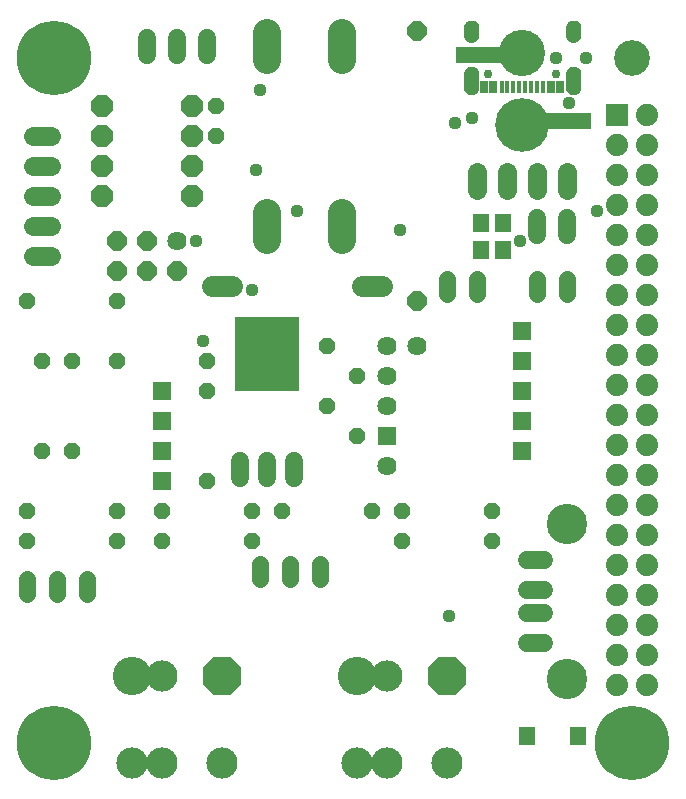
<source format=gts>
G75*
%MOIN*%
%OFA0B0*%
%FSLAX24Y24*%
%IPPOS*%
%LPD*%
%AMOC8*
5,1,8,0,0,1.08239X$1,22.5*
%
%ADD10C,0.1190*%
%ADD11OC8,0.1280*%
%ADD12C,0.1280*%
%ADD13OC8,0.0560*%
%ADD14C,0.0560*%
%ADD15OC8,0.0640*%
%ADD16C,0.0600*%
%ADD17C,0.0925*%
%ADD18OC8,0.0720*%
%ADD19C,0.0640*%
%ADD20C,0.0640*%
%ADD21C,0.1040*%
%ADD22C,0.0700*%
%ADD23R,0.0640X0.0640*%
%ADD24R,0.0740X0.0740*%
%ADD25C,0.0740*%
%ADD26C,0.2481*%
%ADD27C,0.0614*%
%ADD28C,0.1346*%
%ADD29C,0.0590*%
%ADD30R,0.2140X0.2490*%
%ADD31R,0.0540X0.0619*%
%ADD32C,0.1790*%
%ADD33C,0.1540*%
%ADD34R,0.0840X0.0540*%
%ADD35R,0.0158X0.0434*%
%ADD36R,0.0276X0.0434*%
%ADD37C,0.0296*%
%ADD38C,0.0004*%
%ADD39R,0.0552X0.0631*%
%ADD40C,0.0440*%
D10*
X021170Y024311D03*
D11*
X015000Y003691D03*
X007500Y003691D03*
D12*
X004500Y003691D03*
X012000Y003691D03*
D13*
X013500Y008191D03*
X013500Y009191D03*
X012500Y009191D03*
X012000Y011691D03*
X011000Y012691D03*
X012000Y013691D03*
X011000Y014691D03*
X007000Y014191D03*
X007000Y013191D03*
X007000Y010191D03*
X008500Y009191D03*
X009500Y009191D03*
X008500Y008191D03*
X005500Y008191D03*
X005500Y009191D03*
X004000Y009191D03*
X004000Y008191D03*
X002500Y011191D03*
X001500Y011191D03*
X001000Y009191D03*
X001000Y008191D03*
X001500Y014191D03*
X002500Y014191D03*
X004000Y014191D03*
X004000Y016191D03*
X001000Y016191D03*
X007300Y021691D03*
X007300Y022691D03*
X016500Y009191D03*
X016500Y008191D03*
D14*
X010750Y007451D02*
X010750Y006931D01*
X009750Y006931D02*
X009750Y007451D01*
X008750Y007451D02*
X008750Y006931D01*
X003000Y006951D02*
X003000Y006431D01*
X002000Y006431D02*
X002000Y006951D01*
X001000Y006951D02*
X001000Y006431D01*
X015000Y016431D02*
X015000Y016951D01*
X016000Y016951D02*
X016000Y016431D01*
X018000Y016431D02*
X018000Y016951D01*
X019000Y016951D02*
X019000Y016431D01*
D15*
X014000Y016191D03*
X014000Y025191D03*
X006000Y017191D03*
X005000Y017191D03*
X005000Y018191D03*
X004000Y018191D03*
X004000Y017191D03*
D16*
X005000Y024411D02*
X005000Y024971D01*
X006000Y024971D02*
X006000Y024411D01*
X007000Y024411D02*
X007000Y024971D01*
X018000Y018971D02*
X018000Y018411D01*
X019000Y018411D02*
X019000Y018971D01*
D17*
X011500Y019133D02*
X011500Y018248D01*
X009000Y018248D02*
X009000Y019133D01*
X009000Y024248D02*
X009000Y025133D01*
X011500Y025133D02*
X011500Y024248D01*
D18*
X006500Y022691D03*
X006500Y021691D03*
X006500Y020691D03*
X006500Y019691D03*
X003500Y019691D03*
X003500Y020691D03*
X003500Y021691D03*
X003500Y022691D03*
D19*
X001800Y021691D02*
X001200Y021691D01*
X001200Y020691D02*
X001800Y020691D01*
X001800Y019691D02*
X001200Y019691D01*
X001200Y018691D02*
X001800Y018691D01*
X001800Y017691D02*
X001200Y017691D01*
X016000Y019891D02*
X016000Y020491D01*
X017000Y020491D02*
X017000Y019891D01*
X018000Y019891D02*
X018000Y020491D01*
X019000Y020491D02*
X019000Y019891D01*
D20*
X014000Y014691D03*
X013000Y014691D03*
X013000Y013691D03*
X013000Y012691D03*
X013000Y010691D03*
X006000Y018191D03*
D21*
X005500Y003691D03*
X005500Y000791D03*
X004500Y000791D03*
X007500Y000791D03*
X012000Y000791D03*
X013000Y000791D03*
X015000Y000791D03*
X013000Y003691D03*
D22*
X012830Y016691D02*
X012170Y016691D01*
X007830Y016691D02*
X007170Y016691D01*
D23*
X005500Y013191D03*
X005500Y012191D03*
X005500Y011191D03*
X005500Y010191D03*
X013000Y011691D03*
X017500Y012191D03*
X017500Y013191D03*
X017500Y014191D03*
X017500Y015191D03*
X017500Y011191D03*
D24*
X020669Y022395D03*
D25*
X020669Y021395D03*
X020669Y020395D03*
X020669Y019395D03*
X020669Y018395D03*
X020669Y017395D03*
X020669Y016395D03*
X020669Y015395D03*
X020669Y014395D03*
X020669Y013395D03*
X020669Y012395D03*
X020669Y011395D03*
X020669Y010395D03*
X020669Y009395D03*
X020669Y008395D03*
X020669Y007395D03*
X020669Y006395D03*
X020669Y005395D03*
X020669Y004395D03*
X020669Y003395D03*
X021669Y003395D03*
X021669Y004395D03*
X021669Y005395D03*
X021669Y006395D03*
X021669Y007395D03*
X021669Y008395D03*
X021669Y009395D03*
X021669Y010395D03*
X021669Y011395D03*
X021669Y012395D03*
X021669Y013395D03*
X021669Y014395D03*
X021669Y015395D03*
X021669Y016395D03*
X021669Y017395D03*
X021669Y018395D03*
X021669Y019395D03*
X021669Y020395D03*
X021669Y021395D03*
X021669Y022395D03*
D26*
X001878Y001478D03*
X021169Y001478D03*
X001878Y024313D03*
D27*
X017646Y007569D02*
X018220Y007569D01*
X018220Y006584D02*
X017646Y006584D01*
X017646Y005797D02*
X018220Y005797D01*
X018220Y004813D02*
X017646Y004813D01*
D28*
X019000Y003604D03*
X019000Y008777D03*
D29*
X009900Y010316D02*
X009900Y010866D01*
X009000Y010866D02*
X009000Y010316D01*
X008100Y010316D02*
X008100Y010866D01*
D30*
X009000Y014441D03*
D31*
X017654Y001691D03*
X019346Y001691D03*
D32*
X017500Y022070D03*
D33*
X017500Y024472D03*
D34*
X016500Y024391D03*
X015700Y024391D03*
X018600Y022191D03*
X019400Y022191D03*
D35*
X018189Y023324D03*
X017992Y023324D03*
X017795Y023324D03*
X017598Y023324D03*
X017402Y023324D03*
X017205Y023324D03*
X017008Y023324D03*
X016811Y023324D03*
D36*
X016535Y023324D03*
X016230Y023324D03*
X018465Y023324D03*
X018770Y023324D03*
D37*
X018638Y023759D03*
X016362Y023759D03*
D38*
X016035Y023759D02*
X015563Y023759D01*
X015563Y023761D02*
X016035Y023761D01*
X016035Y023764D02*
X015563Y023764D01*
X015563Y023766D02*
X016035Y023766D01*
X016035Y023769D02*
X015563Y023769D01*
X015563Y023771D02*
X016035Y023771D01*
X016035Y023773D02*
X015563Y023773D01*
X015563Y023776D02*
X016035Y023776D01*
X016035Y023778D02*
X015563Y023778D01*
X015563Y023781D02*
X016035Y023781D01*
X016035Y023783D02*
X015563Y023783D01*
X015563Y023786D02*
X016035Y023786D01*
X016035Y023788D02*
X015563Y023788D01*
X015563Y023789D02*
X015571Y023839D01*
X015590Y023886D01*
X015619Y023927D01*
X015656Y023961D01*
X015942Y023961D01*
X015980Y023927D01*
X015619Y023927D01*
X015617Y023925D02*
X015981Y023925D01*
X015980Y023927D02*
X016008Y023886D01*
X016027Y023839D01*
X015571Y023839D01*
X015571Y023837D02*
X016028Y023837D01*
X016027Y023839D02*
X016035Y023789D01*
X016035Y023317D01*
X016029Y023272D01*
X016015Y023230D01*
X015992Y023192D01*
X015963Y023158D01*
X015927Y023131D01*
X015887Y023112D01*
X015844Y023101D01*
X015762Y023101D01*
X015748Y023102D02*
X015700Y023117D01*
X015656Y023142D01*
X015618Y023177D01*
X015589Y023219D01*
X015571Y023266D01*
X015563Y023317D01*
X015563Y023789D01*
X015563Y023790D02*
X016035Y023790D01*
X016035Y023793D02*
X015564Y023793D01*
X015564Y023795D02*
X016034Y023795D01*
X016034Y023798D02*
X015564Y023798D01*
X015565Y023800D02*
X016034Y023800D01*
X016033Y023803D02*
X015565Y023803D01*
X015566Y023805D02*
X016033Y023805D01*
X016032Y023808D02*
X015566Y023808D01*
X015566Y023810D02*
X016032Y023810D01*
X016032Y023812D02*
X015567Y023812D01*
X015567Y023815D02*
X016031Y023815D01*
X016031Y023817D02*
X015568Y023817D01*
X015568Y023820D02*
X016030Y023820D01*
X016030Y023822D02*
X015568Y023822D01*
X015569Y023825D02*
X016030Y023825D01*
X016029Y023827D02*
X015569Y023827D01*
X015570Y023829D02*
X016029Y023829D01*
X016028Y023832D02*
X015570Y023832D01*
X015570Y023834D02*
X016028Y023834D01*
X016026Y023842D02*
X015572Y023842D01*
X015573Y023844D02*
X016025Y023844D01*
X016024Y023847D02*
X015574Y023847D01*
X015575Y023849D02*
X016023Y023849D01*
X016022Y023851D02*
X015576Y023851D01*
X015577Y023854D02*
X016021Y023854D01*
X016020Y023856D02*
X015578Y023856D01*
X015579Y023859D02*
X016019Y023859D01*
X016018Y023861D02*
X015580Y023861D01*
X015581Y023864D02*
X016017Y023864D01*
X016016Y023866D02*
X015582Y023866D01*
X015583Y023868D02*
X016015Y023868D01*
X016014Y023871D02*
X015584Y023871D01*
X015585Y023873D02*
X016013Y023873D01*
X016012Y023876D02*
X015586Y023876D01*
X015587Y023878D02*
X016011Y023878D01*
X016010Y023881D02*
X015588Y023881D01*
X015589Y023883D02*
X016009Y023883D01*
X016008Y023886D02*
X015590Y023886D01*
X015592Y023888D02*
X016007Y023888D01*
X016005Y023890D02*
X015593Y023890D01*
X015595Y023893D02*
X016003Y023893D01*
X016002Y023895D02*
X015597Y023895D01*
X015598Y023898D02*
X016000Y023898D01*
X015998Y023900D02*
X015600Y023900D01*
X015602Y023903D02*
X015997Y023903D01*
X015995Y023905D02*
X015603Y023905D01*
X015605Y023907D02*
X015993Y023907D01*
X015992Y023910D02*
X015607Y023910D01*
X015609Y023912D02*
X015990Y023912D01*
X015988Y023915D02*
X015610Y023915D01*
X015612Y023917D02*
X015986Y023917D01*
X015985Y023920D02*
X015614Y023920D01*
X015615Y023922D02*
X015983Y023922D01*
X015977Y023929D02*
X015621Y023929D01*
X015624Y023932D02*
X015974Y023932D01*
X015972Y023934D02*
X015627Y023934D01*
X015629Y023937D02*
X015969Y023937D01*
X015966Y023939D02*
X015632Y023939D01*
X015635Y023942D02*
X015964Y023942D01*
X015961Y023944D02*
X015638Y023944D01*
X015640Y023946D02*
X015958Y023946D01*
X015956Y023949D02*
X015643Y023949D01*
X015646Y023951D02*
X015953Y023951D01*
X015950Y023954D02*
X015648Y023954D01*
X015651Y023956D02*
X015948Y023956D01*
X015945Y023959D02*
X015654Y023959D01*
X015656Y023961D02*
X015700Y023986D01*
X015749Y024000D01*
X015799Y024004D01*
X015850Y024000D01*
X015748Y024000D01*
X015740Y023998D02*
X015859Y023998D01*
X015867Y023995D02*
X015732Y023995D01*
X015723Y023993D02*
X015875Y023993D01*
X015883Y023990D02*
X015715Y023990D01*
X015707Y023988D02*
X015891Y023988D01*
X015898Y023986D02*
X015942Y023961D01*
X015938Y023964D02*
X015661Y023964D01*
X015665Y023966D02*
X015934Y023966D01*
X015929Y023968D02*
X015669Y023968D01*
X015674Y023971D02*
X015925Y023971D01*
X015921Y023973D02*
X015678Y023973D01*
X015682Y023976D02*
X015916Y023976D01*
X015912Y023978D02*
X015687Y023978D01*
X015691Y023981D02*
X015908Y023981D01*
X015903Y023983D02*
X015695Y023983D01*
X015700Y023985D02*
X015899Y023985D01*
X015898Y023986D02*
X015850Y024000D01*
X015815Y024003D02*
X015783Y024003D01*
X015563Y023756D02*
X016035Y023756D01*
X016035Y023754D02*
X015563Y023754D01*
X015563Y023751D02*
X016035Y023751D01*
X016035Y023749D02*
X015563Y023749D01*
X015563Y023747D02*
X016035Y023747D01*
X016035Y023744D02*
X015563Y023744D01*
X015563Y023742D02*
X016035Y023742D01*
X016035Y023739D02*
X015563Y023739D01*
X015563Y023737D02*
X016035Y023737D01*
X016035Y023734D02*
X015563Y023734D01*
X015563Y023732D02*
X016035Y023732D01*
X016035Y023730D02*
X015563Y023730D01*
X015563Y023727D02*
X016035Y023727D01*
X016035Y023725D02*
X015563Y023725D01*
X015563Y023722D02*
X016035Y023722D01*
X016035Y023720D02*
X015563Y023720D01*
X015563Y023717D02*
X016035Y023717D01*
X016035Y023715D02*
X015563Y023715D01*
X015563Y023712D02*
X016035Y023712D01*
X016035Y023710D02*
X015563Y023710D01*
X015563Y023708D02*
X016035Y023708D01*
X016035Y023705D02*
X015563Y023705D01*
X015563Y023703D02*
X016035Y023703D01*
X016035Y023700D02*
X015563Y023700D01*
X015563Y023698D02*
X016035Y023698D01*
X016035Y023695D02*
X015563Y023695D01*
X015563Y023693D02*
X016035Y023693D01*
X016035Y023691D02*
X015563Y023691D01*
X015563Y023688D02*
X016035Y023688D01*
X016035Y023686D02*
X015563Y023686D01*
X015563Y023683D02*
X016035Y023683D01*
X016035Y023681D02*
X015563Y023681D01*
X015563Y023678D02*
X016035Y023678D01*
X016035Y023676D02*
X015563Y023676D01*
X015563Y023673D02*
X016035Y023673D01*
X016035Y023671D02*
X015563Y023671D01*
X015563Y023669D02*
X016035Y023669D01*
X016035Y023666D02*
X015563Y023666D01*
X015563Y023664D02*
X016035Y023664D01*
X016035Y023661D02*
X015563Y023661D01*
X015563Y023659D02*
X016035Y023659D01*
X016035Y023656D02*
X015563Y023656D01*
X015563Y023654D02*
X016035Y023654D01*
X016035Y023652D02*
X015563Y023652D01*
X015563Y023649D02*
X016035Y023649D01*
X016035Y023647D02*
X015563Y023647D01*
X015563Y023644D02*
X016035Y023644D01*
X016035Y023642D02*
X015563Y023642D01*
X015563Y023639D02*
X016035Y023639D01*
X016035Y023637D02*
X015563Y023637D01*
X015563Y023634D02*
X016035Y023634D01*
X016035Y023632D02*
X015563Y023632D01*
X015563Y023630D02*
X016035Y023630D01*
X016035Y023627D02*
X015563Y023627D01*
X015563Y023625D02*
X016035Y023625D01*
X016035Y023622D02*
X015563Y023622D01*
X015563Y023620D02*
X016035Y023620D01*
X016035Y023617D02*
X015563Y023617D01*
X015563Y023615D02*
X016035Y023615D01*
X016035Y023613D02*
X015563Y023613D01*
X015563Y023610D02*
X016035Y023610D01*
X016035Y023608D02*
X015563Y023608D01*
X015563Y023605D02*
X016035Y023605D01*
X016035Y023603D02*
X015563Y023603D01*
X015563Y023600D02*
X016035Y023600D01*
X016035Y023598D02*
X015563Y023598D01*
X015563Y023596D02*
X016035Y023596D01*
X016035Y023593D02*
X015563Y023593D01*
X015563Y023591D02*
X016035Y023591D01*
X016035Y023588D02*
X015563Y023588D01*
X015563Y023586D02*
X016035Y023586D01*
X016035Y023583D02*
X015563Y023583D01*
X015563Y023581D02*
X016035Y023581D01*
X016035Y023578D02*
X015563Y023578D01*
X015563Y023576D02*
X016035Y023576D01*
X016035Y023574D02*
X015563Y023574D01*
X015563Y023571D02*
X016035Y023571D01*
X016035Y023569D02*
X015563Y023569D01*
X015563Y023566D02*
X016035Y023566D01*
X016035Y023564D02*
X015563Y023564D01*
X015563Y023561D02*
X016035Y023561D01*
X016035Y023559D02*
X015563Y023559D01*
X015563Y023557D02*
X016035Y023557D01*
X016035Y023554D02*
X015563Y023554D01*
X015563Y023552D02*
X016035Y023552D01*
X016035Y023549D02*
X015563Y023549D01*
X015563Y023547D02*
X016035Y023547D01*
X016035Y023544D02*
X015563Y023544D01*
X015563Y023542D02*
X016035Y023542D01*
X016035Y023539D02*
X015563Y023539D01*
X015563Y023537D02*
X016035Y023537D01*
X016035Y023535D02*
X015563Y023535D01*
X015563Y023532D02*
X016035Y023532D01*
X016035Y023530D02*
X015563Y023530D01*
X015563Y023527D02*
X016035Y023527D01*
X016035Y023525D02*
X015563Y023525D01*
X015563Y023522D02*
X016035Y023522D01*
X016035Y023520D02*
X015563Y023520D01*
X015563Y023518D02*
X016035Y023518D01*
X016035Y023515D02*
X015563Y023515D01*
X015563Y023513D02*
X016035Y023513D01*
X016035Y023510D02*
X015563Y023510D01*
X015563Y023508D02*
X016035Y023508D01*
X016035Y023505D02*
X015563Y023505D01*
X015563Y023503D02*
X016035Y023503D01*
X016035Y023500D02*
X015563Y023500D01*
X015563Y023498D02*
X016035Y023498D01*
X016035Y023496D02*
X015563Y023496D01*
X015563Y023493D02*
X016035Y023493D01*
X016035Y023491D02*
X015563Y023491D01*
X015563Y023488D02*
X016035Y023488D01*
X016035Y023486D02*
X015563Y023486D01*
X015563Y023483D02*
X016035Y023483D01*
X016035Y023481D02*
X015563Y023481D01*
X015563Y023479D02*
X016035Y023479D01*
X016035Y023476D02*
X015563Y023476D01*
X015563Y023474D02*
X016035Y023474D01*
X016035Y023471D02*
X015563Y023471D01*
X015563Y023469D02*
X016035Y023469D01*
X016035Y023466D02*
X015563Y023466D01*
X015563Y023464D02*
X016035Y023464D01*
X016035Y023461D02*
X015563Y023461D01*
X015563Y023459D02*
X016035Y023459D01*
X016035Y023457D02*
X015563Y023457D01*
X015563Y023454D02*
X016035Y023454D01*
X016035Y023452D02*
X015563Y023452D01*
X015563Y023449D02*
X016035Y023449D01*
X016035Y023447D02*
X015563Y023447D01*
X015563Y023444D02*
X016035Y023444D01*
X016035Y023442D02*
X015563Y023442D01*
X015563Y023440D02*
X016035Y023440D01*
X016035Y023437D02*
X015563Y023437D01*
X015563Y023435D02*
X016035Y023435D01*
X016035Y023432D02*
X015563Y023432D01*
X015563Y023430D02*
X016035Y023430D01*
X016035Y023427D02*
X015563Y023427D01*
X015563Y023425D02*
X016035Y023425D01*
X016035Y023422D02*
X015563Y023422D01*
X015563Y023420D02*
X016035Y023420D01*
X016035Y023418D02*
X015563Y023418D01*
X015563Y023415D02*
X016035Y023415D01*
X016035Y023413D02*
X015563Y023413D01*
X015563Y023410D02*
X016035Y023410D01*
X016035Y023408D02*
X015563Y023408D01*
X015563Y023405D02*
X016035Y023405D01*
X016035Y023403D02*
X015563Y023403D01*
X015563Y023401D02*
X016035Y023401D01*
X016035Y023398D02*
X015563Y023398D01*
X015563Y023396D02*
X016035Y023396D01*
X016035Y023393D02*
X015563Y023393D01*
X015563Y023391D02*
X016035Y023391D01*
X016035Y023388D02*
X015563Y023388D01*
X015563Y023386D02*
X016035Y023386D01*
X016035Y023383D02*
X015563Y023383D01*
X015563Y023381D02*
X016035Y023381D01*
X016035Y023379D02*
X015563Y023379D01*
X015563Y023376D02*
X016035Y023376D01*
X016035Y023374D02*
X015563Y023374D01*
X015563Y023371D02*
X016035Y023371D01*
X016035Y023369D02*
X015563Y023369D01*
X015563Y023366D02*
X016035Y023366D01*
X016035Y023364D02*
X015563Y023364D01*
X015563Y023362D02*
X016035Y023362D01*
X016035Y023359D02*
X015563Y023359D01*
X015563Y023357D02*
X016035Y023357D01*
X016035Y023354D02*
X015563Y023354D01*
X015563Y023352D02*
X016035Y023352D01*
X016035Y023349D02*
X015563Y023349D01*
X015563Y023347D02*
X016035Y023347D01*
X016035Y023344D02*
X015563Y023344D01*
X015563Y023342D02*
X016035Y023342D01*
X016035Y023340D02*
X015563Y023340D01*
X015563Y023337D02*
X016035Y023337D01*
X016035Y023335D02*
X015563Y023335D01*
X015563Y023332D02*
X016035Y023332D01*
X016035Y023330D02*
X015563Y023330D01*
X015563Y023327D02*
X016035Y023327D01*
X016035Y023325D02*
X015563Y023325D01*
X015563Y023323D02*
X016035Y023323D01*
X016035Y023320D02*
X015563Y023320D01*
X015563Y023318D02*
X016035Y023318D01*
X016035Y023315D02*
X015563Y023315D01*
X015564Y023313D02*
X016035Y023313D01*
X016035Y023310D02*
X015564Y023310D01*
X015564Y023308D02*
X016034Y023308D01*
X016034Y023305D02*
X015565Y023305D01*
X015565Y023303D02*
X016034Y023303D01*
X016033Y023301D02*
X015565Y023301D01*
X015566Y023298D02*
X016033Y023298D01*
X016033Y023296D02*
X015566Y023296D01*
X015567Y023293D02*
X016032Y023293D01*
X016032Y023291D02*
X015567Y023291D01*
X015567Y023288D02*
X016032Y023288D01*
X016031Y023286D02*
X015568Y023286D01*
X015568Y023284D02*
X016031Y023284D01*
X016031Y023281D02*
X015568Y023281D01*
X015569Y023279D02*
X016030Y023279D01*
X016030Y023276D02*
X015569Y023276D01*
X015570Y023274D02*
X016030Y023274D01*
X016029Y023271D02*
X015570Y023271D01*
X015570Y023269D02*
X016028Y023269D01*
X016027Y023266D02*
X015571Y023266D01*
X015572Y023264D02*
X016026Y023264D01*
X016026Y023262D02*
X015572Y023262D01*
X015573Y023259D02*
X016025Y023259D01*
X016024Y023257D02*
X015574Y023257D01*
X015575Y023254D02*
X016023Y023254D01*
X016022Y023252D02*
X015576Y023252D01*
X015577Y023249D02*
X016021Y023249D01*
X016021Y023247D02*
X015578Y023247D01*
X015579Y023245D02*
X016020Y023245D01*
X016019Y023242D02*
X015580Y023242D01*
X015581Y023240D02*
X016018Y023240D01*
X016017Y023237D02*
X015582Y023237D01*
X015583Y023235D02*
X016016Y023235D01*
X016015Y023232D02*
X015584Y023232D01*
X015585Y023230D02*
X016015Y023230D01*
X016013Y023227D02*
X015586Y023227D01*
X015587Y023225D02*
X016012Y023225D01*
X016010Y023223D02*
X015588Y023223D01*
X015589Y023220D02*
X016009Y023220D01*
X016007Y023218D02*
X015590Y023218D01*
X015592Y023215D02*
X016006Y023215D01*
X016005Y023213D02*
X015593Y023213D01*
X015595Y023210D02*
X016003Y023210D01*
X016002Y023208D02*
X015597Y023208D01*
X015598Y023206D02*
X016000Y023206D01*
X015999Y023203D02*
X015600Y023203D01*
X015602Y023201D02*
X015997Y023201D01*
X015996Y023198D02*
X015603Y023198D01*
X015605Y023196D02*
X015995Y023196D01*
X015993Y023193D02*
X015607Y023193D01*
X015608Y023191D02*
X015991Y023191D01*
X015989Y023188D02*
X015610Y023188D01*
X015612Y023186D02*
X015987Y023186D01*
X015985Y023184D02*
X015613Y023184D01*
X015615Y023181D02*
X015983Y023181D01*
X015981Y023179D02*
X015617Y023179D01*
X015619Y023176D02*
X015979Y023176D01*
X015976Y023174D02*
X015621Y023174D01*
X015624Y023171D02*
X015974Y023171D01*
X015972Y023169D02*
X015626Y023169D01*
X015629Y023167D02*
X015970Y023167D01*
X015968Y023164D02*
X015632Y023164D01*
X015634Y023162D02*
X015966Y023162D01*
X015963Y023159D02*
X015637Y023159D01*
X015640Y023157D02*
X015961Y023157D01*
X015957Y023154D02*
X015642Y023154D01*
X015645Y023152D02*
X015954Y023152D01*
X015951Y023149D02*
X015648Y023149D01*
X015650Y023147D02*
X015948Y023147D01*
X015944Y023145D02*
X015653Y023145D01*
X015655Y023142D02*
X015941Y023142D01*
X015938Y023140D02*
X015660Y023140D01*
X015664Y023137D02*
X015935Y023137D01*
X015932Y023135D02*
X015668Y023135D01*
X015672Y023132D02*
X015928Y023132D01*
X015924Y023130D02*
X015677Y023130D01*
X015681Y023128D02*
X015919Y023128D01*
X015914Y023125D02*
X015685Y023125D01*
X015689Y023123D02*
X015909Y023123D01*
X015904Y023120D02*
X015694Y023120D01*
X015698Y023118D02*
X015899Y023118D01*
X015894Y023115D02*
X015704Y023115D01*
X015712Y023113D02*
X015889Y023113D01*
X015881Y023110D02*
X015720Y023110D01*
X015728Y023108D02*
X015872Y023108D01*
X015863Y023106D02*
X015736Y023106D01*
X015744Y023103D02*
X015853Y023103D01*
X015844Y023101D02*
X015799Y023098D01*
X015748Y023102D01*
X015796Y023098D02*
X015804Y023098D01*
X015799Y024842D02*
X015753Y024847D01*
X015709Y024861D01*
X015709Y024860D02*
X015886Y024860D01*
X015879Y024858D02*
X015717Y024858D01*
X015725Y024856D02*
X015872Y024856D01*
X015866Y024853D02*
X015733Y024853D01*
X015741Y024851D02*
X015859Y024851D01*
X015852Y024848D02*
X015799Y024842D01*
X015810Y024843D02*
X015787Y024843D01*
X015763Y024846D02*
X015831Y024846D01*
X015852Y024848D02*
X015748Y024848D01*
X015709Y024861D02*
X015668Y024883D01*
X015632Y024912D01*
X015602Y024948D01*
X015581Y024989D01*
X015567Y025034D01*
X015563Y025080D01*
X016035Y025080D01*
X016030Y025028D01*
X016012Y024977D01*
X015984Y024932D01*
X015947Y024894D01*
X015902Y024866D01*
X015852Y024848D01*
X015893Y024863D02*
X015704Y024863D01*
X015700Y024865D02*
X015900Y024865D01*
X015905Y024868D02*
X015695Y024868D01*
X015691Y024870D02*
X015909Y024870D01*
X015912Y024873D02*
X015686Y024873D01*
X015682Y024875D02*
X015916Y024875D01*
X015920Y024877D02*
X015677Y024877D01*
X015673Y024880D02*
X015924Y024880D01*
X015928Y024882D02*
X015668Y024882D01*
X015665Y024885D02*
X015932Y024885D01*
X015935Y024887D02*
X015662Y024887D01*
X015659Y024890D02*
X015939Y024890D01*
X015943Y024892D02*
X015656Y024892D01*
X015653Y024895D02*
X015947Y024895D01*
X015949Y024897D02*
X015650Y024897D01*
X015647Y024899D02*
X015952Y024899D01*
X015954Y024902D02*
X015644Y024902D01*
X015641Y024904D02*
X015957Y024904D01*
X015959Y024907D02*
X015638Y024907D01*
X015636Y024909D02*
X015961Y024909D01*
X015964Y024912D02*
X015633Y024912D01*
X015630Y024914D02*
X015966Y024914D01*
X015969Y024916D02*
X015628Y024916D01*
X015626Y024919D02*
X015971Y024919D01*
X015974Y024921D02*
X015624Y024921D01*
X015622Y024924D02*
X015976Y024924D01*
X015978Y024926D02*
X015620Y024926D01*
X015618Y024929D02*
X015981Y024929D01*
X015983Y024931D02*
X015616Y024931D01*
X015614Y024934D02*
X015985Y024934D01*
X015987Y024936D02*
X015612Y024936D01*
X015611Y024938D02*
X015988Y024938D01*
X015990Y024941D02*
X015609Y024941D01*
X015607Y024943D02*
X015991Y024943D01*
X015993Y024946D02*
X015605Y024946D01*
X015603Y024948D02*
X015994Y024948D01*
X015996Y024951D02*
X015601Y024951D01*
X015600Y024953D02*
X015997Y024953D01*
X015999Y024955D02*
X015599Y024955D01*
X015597Y024958D02*
X016000Y024958D01*
X016002Y024960D02*
X015596Y024960D01*
X015595Y024963D02*
X016003Y024963D01*
X016005Y024965D02*
X015593Y024965D01*
X015592Y024968D02*
X016006Y024968D01*
X016008Y024970D02*
X015591Y024970D01*
X015590Y024973D02*
X016009Y024973D01*
X016011Y024975D02*
X015588Y024975D01*
X015587Y024977D02*
X016012Y024977D01*
X016013Y024980D02*
X015586Y024980D01*
X015584Y024982D02*
X016014Y024982D01*
X016015Y024985D02*
X015583Y024985D01*
X015582Y024987D02*
X016016Y024987D01*
X016017Y024990D02*
X015581Y024990D01*
X015580Y024992D02*
X016017Y024992D01*
X016018Y024994D02*
X015579Y024994D01*
X015578Y024997D02*
X016019Y024997D01*
X016020Y024999D02*
X015578Y024999D01*
X015577Y025002D02*
X016021Y025002D01*
X016022Y025004D02*
X015576Y025004D01*
X015576Y025007D02*
X016023Y025007D01*
X016023Y025009D02*
X015575Y025009D01*
X015574Y025012D02*
X016024Y025012D01*
X016025Y025014D02*
X015573Y025014D01*
X015573Y025016D02*
X016026Y025016D01*
X016027Y025019D02*
X015572Y025019D01*
X015571Y025021D02*
X016028Y025021D01*
X016028Y025024D02*
X015570Y025024D01*
X015570Y025026D02*
X016029Y025026D01*
X016030Y025029D02*
X015569Y025029D01*
X015568Y025031D02*
X016030Y025031D01*
X016030Y025033D02*
X015568Y025033D01*
X015567Y025036D02*
X016031Y025036D01*
X016031Y025038D02*
X015567Y025038D01*
X015567Y025041D02*
X016031Y025041D01*
X016031Y025043D02*
X015566Y025043D01*
X015566Y025046D02*
X016032Y025046D01*
X016032Y025048D02*
X015566Y025048D01*
X015566Y025051D02*
X016032Y025051D01*
X016032Y025053D02*
X015566Y025053D01*
X015565Y025055D02*
X016033Y025055D01*
X016033Y025058D02*
X015565Y025058D01*
X015565Y025060D02*
X016033Y025060D01*
X016034Y025063D02*
X015565Y025063D01*
X015564Y025065D02*
X016034Y025065D01*
X016034Y025068D02*
X015564Y025068D01*
X015564Y025070D02*
X016034Y025070D01*
X016035Y025072D02*
X015564Y025072D01*
X015564Y025075D02*
X016035Y025075D01*
X016035Y025077D02*
X015563Y025077D01*
X015563Y025080D02*
X015563Y025317D01*
X015568Y025362D01*
X015581Y025406D01*
X016016Y025406D01*
X016017Y025404D02*
X015580Y025404D01*
X015580Y025402D02*
X016018Y025402D01*
X016019Y025399D02*
X015579Y025399D01*
X015578Y025397D02*
X016019Y025397D01*
X016020Y025394D02*
X015577Y025394D01*
X015577Y025392D02*
X016021Y025392D01*
X016022Y025389D02*
X015576Y025389D01*
X015575Y025387D02*
X016023Y025387D01*
X016024Y025384D02*
X015574Y025384D01*
X015574Y025382D02*
X016025Y025382D01*
X016026Y025380D02*
X015573Y025380D01*
X015572Y025377D02*
X016026Y025377D01*
X016027Y025375D02*
X015571Y025375D01*
X015571Y025372D02*
X016028Y025372D01*
X016029Y025370D02*
X015570Y025370D01*
X015569Y025367D02*
X016029Y025367D01*
X016029Y025369D02*
X016035Y025317D01*
X016035Y025080D01*
X016035Y025082D02*
X015563Y025082D01*
X015563Y025085D02*
X016035Y025085D01*
X016035Y025087D02*
X015563Y025087D01*
X015563Y025090D02*
X016035Y025090D01*
X016035Y025092D02*
X015563Y025092D01*
X015563Y025094D02*
X016035Y025094D01*
X016035Y025097D02*
X015563Y025097D01*
X015563Y025099D02*
X016035Y025099D01*
X016035Y025102D02*
X015563Y025102D01*
X015563Y025104D02*
X016035Y025104D01*
X016035Y025107D02*
X015563Y025107D01*
X015563Y025109D02*
X016035Y025109D01*
X016035Y025111D02*
X015563Y025111D01*
X015563Y025114D02*
X016035Y025114D01*
X016035Y025116D02*
X015563Y025116D01*
X015563Y025119D02*
X016035Y025119D01*
X016035Y025121D02*
X015563Y025121D01*
X015563Y025124D02*
X016035Y025124D01*
X016035Y025126D02*
X015563Y025126D01*
X015563Y025129D02*
X016035Y025129D01*
X016035Y025131D02*
X015563Y025131D01*
X015563Y025133D02*
X016035Y025133D01*
X016035Y025136D02*
X015563Y025136D01*
X015563Y025138D02*
X016035Y025138D01*
X016035Y025141D02*
X015563Y025141D01*
X015563Y025143D02*
X016035Y025143D01*
X016035Y025146D02*
X015563Y025146D01*
X015563Y025148D02*
X016035Y025148D01*
X016035Y025150D02*
X015563Y025150D01*
X015563Y025153D02*
X016035Y025153D01*
X016035Y025155D02*
X015563Y025155D01*
X015563Y025158D02*
X016035Y025158D01*
X016035Y025160D02*
X015563Y025160D01*
X015563Y025163D02*
X016035Y025163D01*
X016035Y025165D02*
X015563Y025165D01*
X015563Y025168D02*
X016035Y025168D01*
X016035Y025170D02*
X015563Y025170D01*
X015563Y025172D02*
X016035Y025172D01*
X016035Y025175D02*
X015563Y025175D01*
X015563Y025177D02*
X016035Y025177D01*
X016035Y025180D02*
X015563Y025180D01*
X015563Y025182D02*
X016035Y025182D01*
X016035Y025185D02*
X015563Y025185D01*
X015563Y025187D02*
X016035Y025187D01*
X016035Y025189D02*
X015563Y025189D01*
X015563Y025192D02*
X016035Y025192D01*
X016035Y025194D02*
X015563Y025194D01*
X015563Y025197D02*
X016035Y025197D01*
X016035Y025199D02*
X015563Y025199D01*
X015563Y025202D02*
X016035Y025202D01*
X016035Y025204D02*
X015563Y025204D01*
X015563Y025207D02*
X016035Y025207D01*
X016035Y025209D02*
X015563Y025209D01*
X015563Y025211D02*
X016035Y025211D01*
X016035Y025214D02*
X015563Y025214D01*
X015563Y025216D02*
X016035Y025216D01*
X016035Y025219D02*
X015563Y025219D01*
X015563Y025221D02*
X016035Y025221D01*
X016035Y025224D02*
X015563Y025224D01*
X015563Y025226D02*
X016035Y025226D01*
X016035Y025228D02*
X015563Y025228D01*
X015563Y025231D02*
X016035Y025231D01*
X016035Y025233D02*
X015563Y025233D01*
X015563Y025236D02*
X016035Y025236D01*
X016035Y025238D02*
X015563Y025238D01*
X015563Y025241D02*
X016035Y025241D01*
X016035Y025243D02*
X015563Y025243D01*
X015563Y025246D02*
X016035Y025246D01*
X016035Y025248D02*
X015563Y025248D01*
X015563Y025250D02*
X016035Y025250D01*
X016035Y025253D02*
X015563Y025253D01*
X015563Y025255D02*
X016035Y025255D01*
X016035Y025258D02*
X015563Y025258D01*
X015563Y025260D02*
X016035Y025260D01*
X016035Y025263D02*
X015563Y025263D01*
X015563Y025265D02*
X016035Y025265D01*
X016035Y025267D02*
X015563Y025267D01*
X015563Y025270D02*
X016035Y025270D01*
X016035Y025272D02*
X015563Y025272D01*
X015563Y025275D02*
X016035Y025275D01*
X016035Y025277D02*
X015563Y025277D01*
X015563Y025280D02*
X016035Y025280D01*
X016035Y025282D02*
X015563Y025282D01*
X015563Y025285D02*
X016035Y025285D01*
X016035Y025287D02*
X015563Y025287D01*
X015563Y025289D02*
X016035Y025289D01*
X016035Y025292D02*
X015563Y025292D01*
X015563Y025294D02*
X016035Y025294D01*
X016035Y025297D02*
X015563Y025297D01*
X015563Y025299D02*
X016035Y025299D01*
X016035Y025302D02*
X015563Y025302D01*
X015563Y025304D02*
X016035Y025304D01*
X016035Y025306D02*
X015563Y025306D01*
X015563Y025309D02*
X016035Y025309D01*
X016035Y025311D02*
X015563Y025311D01*
X015563Y025314D02*
X016035Y025314D01*
X016035Y025316D02*
X015563Y025316D01*
X015563Y025319D02*
X016035Y025319D01*
X016035Y025321D02*
X015563Y025321D01*
X015564Y025324D02*
X016035Y025324D01*
X016034Y025326D02*
X015564Y025326D01*
X015564Y025328D02*
X016034Y025328D01*
X016034Y025331D02*
X015564Y025331D01*
X015565Y025333D02*
X016033Y025333D01*
X016033Y025336D02*
X015565Y025336D01*
X015565Y025338D02*
X016033Y025338D01*
X016033Y025341D02*
X015565Y025341D01*
X015566Y025343D02*
X016032Y025343D01*
X016032Y025345D02*
X015566Y025345D01*
X015566Y025348D02*
X016032Y025348D01*
X016031Y025350D02*
X015566Y025350D01*
X015567Y025353D02*
X016031Y025353D01*
X016031Y025355D02*
X015567Y025355D01*
X015567Y025358D02*
X016031Y025358D01*
X016030Y025360D02*
X015567Y025360D01*
X015568Y025363D02*
X016030Y025363D01*
X016030Y025365D02*
X015568Y025365D01*
X015581Y025406D02*
X015603Y025447D01*
X015633Y025483D01*
X015668Y025512D01*
X015709Y025533D01*
X015886Y025533D01*
X015879Y025536D02*
X015717Y025536D01*
X015725Y025538D02*
X015872Y025538D01*
X015865Y025540D02*
X015733Y025540D01*
X015741Y025543D02*
X015858Y025543D01*
X015852Y025545D02*
X015901Y025528D01*
X015946Y025500D01*
X015983Y025463D01*
X016012Y025419D01*
X015588Y025419D01*
X015589Y025421D02*
X016010Y025421D01*
X016009Y025423D02*
X015590Y025423D01*
X015592Y025426D02*
X016007Y025426D01*
X016005Y025428D02*
X015593Y025428D01*
X015594Y025431D02*
X016004Y025431D01*
X016002Y025433D02*
X015596Y025433D01*
X015597Y025436D02*
X016001Y025436D01*
X015999Y025438D02*
X015598Y025438D01*
X015600Y025441D02*
X015998Y025441D01*
X015996Y025443D02*
X015601Y025443D01*
X015602Y025445D02*
X015995Y025445D01*
X015993Y025448D02*
X015604Y025448D01*
X015606Y025450D02*
X015992Y025450D01*
X015990Y025453D02*
X015608Y025453D01*
X015610Y025455D02*
X015988Y025455D01*
X015987Y025458D02*
X015612Y025458D01*
X015614Y025460D02*
X015985Y025460D01*
X015984Y025462D02*
X015616Y025462D01*
X015618Y025465D02*
X015982Y025465D01*
X015979Y025467D02*
X015620Y025467D01*
X015622Y025470D02*
X015977Y025470D01*
X015974Y025472D02*
X015624Y025472D01*
X015626Y025475D02*
X015972Y025475D01*
X015969Y025477D02*
X015628Y025477D01*
X015630Y025479D02*
X015967Y025479D01*
X015964Y025482D02*
X015632Y025482D01*
X015635Y025484D02*
X015962Y025484D01*
X015959Y025487D02*
X015638Y025487D01*
X015641Y025489D02*
X015957Y025489D01*
X015955Y025492D02*
X015644Y025492D01*
X015647Y025494D02*
X015952Y025494D01*
X015950Y025497D02*
X015650Y025497D01*
X015653Y025499D02*
X015947Y025499D01*
X015944Y025501D02*
X015656Y025501D01*
X015659Y025504D02*
X015940Y025504D01*
X015936Y025506D02*
X015662Y025506D01*
X015665Y025509D02*
X015932Y025509D01*
X015928Y025511D02*
X015668Y025511D01*
X015672Y025514D02*
X015924Y025514D01*
X015920Y025516D02*
X015677Y025516D01*
X015681Y025518D02*
X015917Y025518D01*
X015913Y025521D02*
X015686Y025521D01*
X015690Y025523D02*
X015909Y025523D01*
X015905Y025526D02*
X015695Y025526D01*
X015700Y025528D02*
X015900Y025528D01*
X015893Y025531D02*
X015704Y025531D01*
X015709Y025533D02*
X015753Y025546D01*
X015799Y025551D01*
X015852Y025545D01*
X015850Y025545D02*
X015749Y025545D01*
X015767Y025548D02*
X015827Y025548D01*
X015805Y025550D02*
X015793Y025550D01*
X015586Y025416D02*
X016013Y025416D01*
X016013Y025414D02*
X015585Y025414D01*
X015584Y025411D02*
X016014Y025411D01*
X016015Y025409D02*
X015583Y025409D01*
X016012Y025419D02*
X016029Y025369D01*
X018965Y025317D02*
X018969Y025362D01*
X018983Y025406D01*
X019418Y025406D01*
X019418Y025404D02*
X018982Y025404D01*
X018981Y025402D02*
X019419Y025402D01*
X019420Y025399D02*
X018981Y025399D01*
X018980Y025397D02*
X019421Y025397D01*
X019422Y025394D02*
X018979Y025394D01*
X018978Y025392D02*
X019423Y025392D01*
X019424Y025389D02*
X018978Y025389D01*
X018977Y025387D02*
X019424Y025387D01*
X019425Y025384D02*
X018976Y025384D01*
X018975Y025382D02*
X019426Y025382D01*
X019427Y025380D02*
X018975Y025380D01*
X018974Y025377D02*
X019428Y025377D01*
X019429Y025375D02*
X018973Y025375D01*
X018972Y025372D02*
X019430Y025372D01*
X019431Y025370D02*
X018972Y025370D01*
X018971Y025367D02*
X019431Y025367D01*
X019431Y025369D02*
X019437Y025317D01*
X019437Y025080D01*
X018965Y025080D01*
X018965Y025317D01*
X018965Y025316D02*
X019437Y025316D01*
X019437Y025314D02*
X018965Y025314D01*
X018965Y025311D02*
X019437Y025311D01*
X019437Y025309D02*
X018965Y025309D01*
X018965Y025306D02*
X019437Y025306D01*
X019437Y025304D02*
X018965Y025304D01*
X018965Y025302D02*
X019437Y025302D01*
X019437Y025299D02*
X018965Y025299D01*
X018965Y025297D02*
X019437Y025297D01*
X019437Y025294D02*
X018965Y025294D01*
X018965Y025292D02*
X019437Y025292D01*
X019437Y025289D02*
X018965Y025289D01*
X018965Y025287D02*
X019437Y025287D01*
X019437Y025285D02*
X018965Y025285D01*
X018965Y025282D02*
X019437Y025282D01*
X019437Y025280D02*
X018965Y025280D01*
X018965Y025277D02*
X019437Y025277D01*
X019437Y025275D02*
X018965Y025275D01*
X018965Y025272D02*
X019437Y025272D01*
X019437Y025270D02*
X018965Y025270D01*
X018965Y025267D02*
X019437Y025267D01*
X019437Y025265D02*
X018965Y025265D01*
X018965Y025263D02*
X019437Y025263D01*
X019437Y025260D02*
X018965Y025260D01*
X018965Y025258D02*
X019437Y025258D01*
X019437Y025255D02*
X018965Y025255D01*
X018965Y025253D02*
X019437Y025253D01*
X019437Y025250D02*
X018965Y025250D01*
X018965Y025248D02*
X019437Y025248D01*
X019437Y025246D02*
X018965Y025246D01*
X018965Y025243D02*
X019437Y025243D01*
X019437Y025241D02*
X018965Y025241D01*
X018965Y025238D02*
X019437Y025238D01*
X019437Y025236D02*
X018965Y025236D01*
X018965Y025233D02*
X019437Y025233D01*
X019437Y025231D02*
X018965Y025231D01*
X018965Y025228D02*
X019437Y025228D01*
X019437Y025226D02*
X018965Y025226D01*
X018965Y025224D02*
X019437Y025224D01*
X019437Y025221D02*
X018965Y025221D01*
X018965Y025219D02*
X019437Y025219D01*
X019437Y025216D02*
X018965Y025216D01*
X018965Y025214D02*
X019437Y025214D01*
X019437Y025211D02*
X018965Y025211D01*
X018965Y025209D02*
X019437Y025209D01*
X019437Y025207D02*
X018965Y025207D01*
X018965Y025204D02*
X019437Y025204D01*
X019437Y025202D02*
X018965Y025202D01*
X018965Y025199D02*
X019437Y025199D01*
X019437Y025197D02*
X018965Y025197D01*
X018965Y025194D02*
X019437Y025194D01*
X019437Y025192D02*
X018965Y025192D01*
X018965Y025189D02*
X019437Y025189D01*
X019437Y025187D02*
X018965Y025187D01*
X018965Y025185D02*
X019437Y025185D01*
X019437Y025182D02*
X018965Y025182D01*
X018965Y025180D02*
X019437Y025180D01*
X019437Y025177D02*
X018965Y025177D01*
X018965Y025175D02*
X019437Y025175D01*
X019437Y025172D02*
X018965Y025172D01*
X018965Y025170D02*
X019437Y025170D01*
X019437Y025168D02*
X018965Y025168D01*
X018965Y025165D02*
X019437Y025165D01*
X019437Y025163D02*
X018965Y025163D01*
X018965Y025160D02*
X019437Y025160D01*
X019437Y025158D02*
X018965Y025158D01*
X018965Y025155D02*
X019437Y025155D01*
X019437Y025153D02*
X018965Y025153D01*
X018965Y025150D02*
X019437Y025150D01*
X019437Y025148D02*
X018965Y025148D01*
X018965Y025146D02*
X019437Y025146D01*
X019437Y025143D02*
X018965Y025143D01*
X018965Y025141D02*
X019437Y025141D01*
X019437Y025138D02*
X018965Y025138D01*
X018965Y025136D02*
X019437Y025136D01*
X019437Y025133D02*
X018965Y025133D01*
X018965Y025131D02*
X019437Y025131D01*
X019437Y025129D02*
X018965Y025129D01*
X018965Y025126D02*
X019437Y025126D01*
X019437Y025124D02*
X018965Y025124D01*
X018965Y025121D02*
X019437Y025121D01*
X019437Y025119D02*
X018965Y025119D01*
X018965Y025116D02*
X019437Y025116D01*
X019437Y025114D02*
X018965Y025114D01*
X018965Y025111D02*
X019437Y025111D01*
X019437Y025109D02*
X018965Y025109D01*
X018965Y025107D02*
X019437Y025107D01*
X019437Y025104D02*
X018965Y025104D01*
X018965Y025102D02*
X019437Y025102D01*
X019437Y025099D02*
X018965Y025099D01*
X018965Y025097D02*
X019437Y025097D01*
X019437Y025094D02*
X018965Y025094D01*
X018965Y025092D02*
X019437Y025092D01*
X019437Y025090D02*
X018965Y025090D01*
X018965Y025087D02*
X019437Y025087D01*
X019437Y025085D02*
X018965Y025085D01*
X018965Y025082D02*
X019437Y025082D01*
X019437Y025080D02*
X019431Y025028D01*
X019414Y024977D01*
X019386Y024932D01*
X019348Y024894D01*
X019304Y024866D01*
X019254Y024848D01*
X019201Y024842D01*
X019155Y024847D01*
X019110Y024861D01*
X019069Y024883D01*
X019033Y024912D01*
X019004Y024948D01*
X019396Y024948D01*
X019394Y024946D02*
X019006Y024946D01*
X019004Y024948D02*
X018982Y024989D01*
X018969Y025034D01*
X018965Y025080D01*
X018965Y025077D02*
X019437Y025077D01*
X019436Y025075D02*
X018965Y025075D01*
X018965Y025072D02*
X019436Y025072D01*
X019436Y025070D02*
X018966Y025070D01*
X018966Y025068D02*
X019436Y025068D01*
X019435Y025065D02*
X018966Y025065D01*
X018966Y025063D02*
X019435Y025063D01*
X019435Y025060D02*
X018966Y025060D01*
X018967Y025058D02*
X019435Y025058D01*
X019434Y025055D02*
X018967Y025055D01*
X018967Y025053D02*
X019434Y025053D01*
X019434Y025051D02*
X018967Y025051D01*
X018968Y025048D02*
X019434Y025048D01*
X019433Y025046D02*
X018968Y025046D01*
X018968Y025043D02*
X019433Y025043D01*
X019433Y025041D02*
X018968Y025041D01*
X018969Y025038D02*
X019432Y025038D01*
X019432Y025036D02*
X018969Y025036D01*
X018969Y025033D02*
X019432Y025033D01*
X019432Y025031D02*
X018970Y025031D01*
X018971Y025029D02*
X019431Y025029D01*
X019431Y025026D02*
X018971Y025026D01*
X018972Y025024D02*
X019430Y025024D01*
X019429Y025021D02*
X018973Y025021D01*
X018973Y025019D02*
X019428Y025019D01*
X019427Y025016D02*
X018974Y025016D01*
X018975Y025014D02*
X019427Y025014D01*
X019426Y025012D02*
X018976Y025012D01*
X018976Y025009D02*
X019425Y025009D01*
X019424Y025007D02*
X018977Y025007D01*
X018978Y025004D02*
X019423Y025004D01*
X019422Y025002D02*
X018979Y025002D01*
X018979Y024999D02*
X019422Y024999D01*
X019421Y024997D02*
X018980Y024997D01*
X018981Y024994D02*
X019420Y024994D01*
X019419Y024992D02*
X018981Y024992D01*
X018982Y024990D02*
X019418Y024990D01*
X019417Y024987D02*
X018983Y024987D01*
X018985Y024985D02*
X019417Y024985D01*
X019416Y024982D02*
X018986Y024982D01*
X018987Y024980D02*
X019415Y024980D01*
X019414Y024977D02*
X018989Y024977D01*
X018990Y024975D02*
X019413Y024975D01*
X019411Y024973D02*
X018991Y024973D01*
X018992Y024970D02*
X019409Y024970D01*
X019408Y024968D02*
X018994Y024968D01*
X018995Y024965D02*
X019406Y024965D01*
X019405Y024963D02*
X018996Y024963D01*
X018998Y024960D02*
X019403Y024960D01*
X019402Y024958D02*
X018999Y024958D01*
X019000Y024955D02*
X019400Y024955D01*
X019399Y024953D02*
X019002Y024953D01*
X019003Y024951D02*
X019397Y024951D01*
X019393Y024943D02*
X019008Y024943D01*
X019010Y024941D02*
X019391Y024941D01*
X019390Y024938D02*
X019012Y024938D01*
X019014Y024936D02*
X019388Y024936D01*
X019387Y024934D02*
X019016Y024934D01*
X019018Y024931D02*
X019385Y024931D01*
X019382Y024929D02*
X019020Y024929D01*
X019022Y024926D02*
X019380Y024926D01*
X019378Y024924D02*
X019024Y024924D01*
X019026Y024921D02*
X019375Y024921D01*
X019373Y024919D02*
X019028Y024919D01*
X019030Y024916D02*
X019370Y024916D01*
X019368Y024914D02*
X019032Y024914D01*
X019034Y024912D02*
X019365Y024912D01*
X019363Y024909D02*
X019037Y024909D01*
X019040Y024907D02*
X019361Y024907D01*
X019358Y024904D02*
X019043Y024904D01*
X019046Y024902D02*
X019356Y024902D01*
X019353Y024899D02*
X019049Y024899D01*
X019052Y024897D02*
X019351Y024897D01*
X019349Y024895D02*
X019055Y024895D01*
X019058Y024892D02*
X019345Y024892D01*
X019341Y024890D02*
X019061Y024890D01*
X019064Y024887D02*
X019337Y024887D01*
X019333Y024885D02*
X019067Y024885D01*
X019070Y024882D02*
X019329Y024882D01*
X019326Y024880D02*
X019074Y024880D01*
X019079Y024877D02*
X019322Y024877D01*
X019318Y024875D02*
X019083Y024875D01*
X019088Y024873D02*
X019314Y024873D01*
X019310Y024870D02*
X019092Y024870D01*
X019097Y024868D02*
X019306Y024868D01*
X019302Y024865D02*
X019101Y024865D01*
X019106Y024863D02*
X019295Y024863D01*
X019288Y024860D02*
X019110Y024860D01*
X019118Y024858D02*
X019281Y024858D01*
X019274Y024856D02*
X019126Y024856D01*
X019134Y024853D02*
X019267Y024853D01*
X019260Y024851D02*
X019142Y024851D01*
X019150Y024848D02*
X019253Y024848D01*
X019232Y024846D02*
X019165Y024846D01*
X019189Y024843D02*
X019211Y024843D01*
X019437Y025319D02*
X018965Y025319D01*
X018965Y025321D02*
X019436Y025321D01*
X019436Y025324D02*
X018965Y025324D01*
X018966Y025326D02*
X019436Y025326D01*
X019436Y025328D02*
X018966Y025328D01*
X018966Y025331D02*
X019435Y025331D01*
X019435Y025333D02*
X018966Y025333D01*
X018967Y025336D02*
X019435Y025336D01*
X019434Y025338D02*
X018967Y025338D01*
X018967Y025341D02*
X019434Y025341D01*
X019434Y025343D02*
X018967Y025343D01*
X018968Y025345D02*
X019434Y025345D01*
X019433Y025348D02*
X018968Y025348D01*
X018968Y025350D02*
X019433Y025350D01*
X019433Y025353D02*
X018968Y025353D01*
X018969Y025355D02*
X019432Y025355D01*
X019432Y025358D02*
X018969Y025358D01*
X018969Y025360D02*
X019432Y025360D01*
X019432Y025363D02*
X018969Y025363D01*
X018970Y025365D02*
X019431Y025365D01*
X019431Y025369D02*
X019413Y025419D01*
X018989Y025419D01*
X018991Y025421D02*
X019412Y025421D01*
X019413Y025419D02*
X019385Y025463D01*
X019348Y025500D01*
X019303Y025528D01*
X019253Y025545D01*
X019201Y025551D01*
X019155Y025546D01*
X019111Y025533D01*
X019070Y025512D01*
X019034Y025483D01*
X019005Y025447D01*
X018983Y025406D01*
X018984Y025409D02*
X019417Y025409D01*
X019416Y025411D02*
X018985Y025411D01*
X018987Y025414D02*
X019415Y025414D01*
X019414Y025416D02*
X018988Y025416D01*
X018992Y025423D02*
X019410Y025423D01*
X019409Y025426D02*
X018993Y025426D01*
X018995Y025428D02*
X019407Y025428D01*
X019406Y025431D02*
X018996Y025431D01*
X018997Y025433D02*
X019404Y025433D01*
X019402Y025436D02*
X018999Y025436D01*
X019000Y025438D02*
X019401Y025438D01*
X019399Y025441D02*
X019001Y025441D01*
X019003Y025443D02*
X019398Y025443D01*
X019396Y025445D02*
X019004Y025445D01*
X019005Y025448D02*
X019395Y025448D01*
X019393Y025450D02*
X019007Y025450D01*
X019009Y025453D02*
X019392Y025453D01*
X019390Y025455D02*
X019011Y025455D01*
X019013Y025458D02*
X019389Y025458D01*
X019387Y025460D02*
X019015Y025460D01*
X019017Y025462D02*
X019385Y025462D01*
X019383Y025465D02*
X019020Y025465D01*
X019022Y025467D02*
X019381Y025467D01*
X019378Y025470D02*
X019024Y025470D01*
X019026Y025472D02*
X019376Y025472D01*
X019373Y025475D02*
X019028Y025475D01*
X019030Y025477D02*
X019371Y025477D01*
X019368Y025479D02*
X019032Y025479D01*
X019034Y025482D02*
X019366Y025482D01*
X019364Y025484D02*
X019036Y025484D01*
X019039Y025487D02*
X019361Y025487D01*
X019359Y025489D02*
X019042Y025489D01*
X019045Y025492D02*
X019356Y025492D01*
X019354Y025494D02*
X019048Y025494D01*
X019051Y025497D02*
X019351Y025497D01*
X019349Y025499D02*
X019054Y025499D01*
X019057Y025501D02*
X019345Y025501D01*
X019342Y025504D02*
X019060Y025504D01*
X019063Y025506D02*
X019338Y025506D01*
X019334Y025509D02*
X019066Y025509D01*
X019069Y025511D02*
X019330Y025511D01*
X019326Y025514D02*
X019074Y025514D01*
X019078Y025516D02*
X019322Y025516D01*
X019318Y025518D02*
X019083Y025518D01*
X019087Y025521D02*
X019314Y025521D01*
X019310Y025523D02*
X019092Y025523D01*
X019097Y025526D02*
X019306Y025526D01*
X019302Y025528D02*
X019101Y025528D01*
X019106Y025531D02*
X019295Y025531D01*
X019288Y025533D02*
X019110Y025533D01*
X019118Y025536D02*
X019281Y025536D01*
X019274Y025538D02*
X019127Y025538D01*
X019135Y025540D02*
X019267Y025540D01*
X019260Y025543D02*
X019143Y025543D01*
X019151Y025545D02*
X019251Y025545D01*
X019229Y025548D02*
X019168Y025548D01*
X019194Y025550D02*
X019206Y025550D01*
X019201Y024004D02*
X019251Y024000D01*
X019300Y023986D01*
X019344Y023961D01*
X019058Y023961D01*
X019102Y023986D01*
X019150Y024000D01*
X019252Y024000D01*
X019260Y023998D02*
X019141Y023998D01*
X019133Y023995D02*
X019268Y023995D01*
X019277Y023993D02*
X019125Y023993D01*
X019117Y023990D02*
X019285Y023990D01*
X019293Y023988D02*
X019109Y023988D01*
X019101Y023985D02*
X019300Y023985D01*
X019305Y023983D02*
X019097Y023983D01*
X019092Y023981D02*
X019309Y023981D01*
X019313Y023978D02*
X019088Y023978D01*
X019084Y023976D02*
X019318Y023976D01*
X019322Y023973D02*
X019079Y023973D01*
X019075Y023971D02*
X019326Y023971D01*
X019331Y023968D02*
X019071Y023968D01*
X019066Y023966D02*
X019335Y023966D01*
X019339Y023964D02*
X019062Y023964D01*
X019058Y023961D02*
X019020Y023927D01*
X019381Y023927D01*
X019410Y023886D01*
X019429Y023839D01*
X019437Y023789D01*
X019437Y023317D01*
X019431Y023272D01*
X019416Y023230D01*
X018987Y023230D01*
X018987Y023227D02*
X019415Y023227D01*
X019413Y023225D02*
X018988Y023225D01*
X018989Y023223D02*
X019412Y023223D01*
X019410Y023220D02*
X018990Y023220D01*
X018991Y023219D02*
X018972Y023266D01*
X018965Y023317D01*
X018965Y023789D01*
X018973Y023839D01*
X019429Y023839D01*
X019429Y023837D02*
X018972Y023837D01*
X018973Y023839D02*
X018992Y023886D01*
X019020Y023927D01*
X019019Y023925D02*
X019383Y023925D01*
X019381Y023927D02*
X019344Y023961D01*
X019346Y023959D02*
X019055Y023959D01*
X019052Y023956D02*
X019349Y023956D01*
X019352Y023954D02*
X019050Y023954D01*
X019047Y023951D02*
X019354Y023951D01*
X019357Y023949D02*
X019044Y023949D01*
X019042Y023946D02*
X019360Y023946D01*
X019362Y023944D02*
X019039Y023944D01*
X019036Y023942D02*
X019365Y023942D01*
X019368Y023939D02*
X019034Y023939D01*
X019031Y023937D02*
X019371Y023937D01*
X019373Y023934D02*
X019028Y023934D01*
X019026Y023932D02*
X019376Y023932D01*
X019379Y023929D02*
X019023Y023929D01*
X019017Y023922D02*
X019385Y023922D01*
X019386Y023920D02*
X019015Y023920D01*
X019014Y023917D02*
X019388Y023917D01*
X019390Y023915D02*
X019012Y023915D01*
X019010Y023912D02*
X019391Y023912D01*
X019393Y023910D02*
X019008Y023910D01*
X019007Y023907D02*
X019395Y023907D01*
X019397Y023905D02*
X019005Y023905D01*
X019003Y023903D02*
X019398Y023903D01*
X019400Y023900D02*
X019002Y023900D01*
X019000Y023898D02*
X019402Y023898D01*
X019403Y023895D02*
X018998Y023895D01*
X018997Y023893D02*
X019405Y023893D01*
X019407Y023890D02*
X018995Y023890D01*
X018993Y023888D02*
X019408Y023888D01*
X019410Y023886D02*
X018992Y023886D01*
X018991Y023883D02*
X019411Y023883D01*
X019412Y023881D02*
X018990Y023881D01*
X018989Y023878D02*
X019413Y023878D01*
X019414Y023876D02*
X018988Y023876D01*
X018987Y023873D02*
X019415Y023873D01*
X019416Y023871D02*
X018986Y023871D01*
X018985Y023868D02*
X019417Y023868D01*
X019418Y023866D02*
X018984Y023866D01*
X018983Y023864D02*
X019419Y023864D01*
X019420Y023861D02*
X018982Y023861D01*
X018981Y023859D02*
X019421Y023859D01*
X019422Y023856D02*
X018980Y023856D01*
X018979Y023854D02*
X019423Y023854D01*
X019424Y023851D02*
X018978Y023851D01*
X018977Y023849D02*
X019425Y023849D01*
X019426Y023847D02*
X018976Y023847D01*
X018975Y023844D02*
X019427Y023844D01*
X019428Y023842D02*
X018974Y023842D01*
X018972Y023834D02*
X019430Y023834D01*
X019430Y023832D02*
X018972Y023832D01*
X018971Y023829D02*
X019430Y023829D01*
X019431Y023827D02*
X018971Y023827D01*
X018970Y023825D02*
X019431Y023825D01*
X019432Y023822D02*
X018970Y023822D01*
X018970Y023820D02*
X019432Y023820D01*
X019432Y023817D02*
X018969Y023817D01*
X018969Y023815D02*
X019433Y023815D01*
X019433Y023812D02*
X018968Y023812D01*
X018968Y023810D02*
X019434Y023810D01*
X019434Y023808D02*
X018968Y023808D01*
X018967Y023805D02*
X019434Y023805D01*
X019435Y023803D02*
X018967Y023803D01*
X018966Y023800D02*
X019435Y023800D01*
X019436Y023798D02*
X018966Y023798D01*
X018966Y023795D02*
X019436Y023795D01*
X019436Y023793D02*
X018965Y023793D01*
X018965Y023790D02*
X019437Y023790D01*
X019437Y023788D02*
X018965Y023788D01*
X018965Y023786D02*
X019437Y023786D01*
X019437Y023783D02*
X018965Y023783D01*
X018965Y023781D02*
X019437Y023781D01*
X019437Y023778D02*
X018965Y023778D01*
X018965Y023776D02*
X019437Y023776D01*
X019437Y023773D02*
X018965Y023773D01*
X018965Y023771D02*
X019437Y023771D01*
X019437Y023769D02*
X018965Y023769D01*
X018965Y023766D02*
X019437Y023766D01*
X019437Y023764D02*
X018965Y023764D01*
X018965Y023761D02*
X019437Y023761D01*
X019437Y023759D02*
X018965Y023759D01*
X018965Y023756D02*
X019437Y023756D01*
X019437Y023754D02*
X018965Y023754D01*
X018965Y023751D02*
X019437Y023751D01*
X019437Y023749D02*
X018965Y023749D01*
X018965Y023747D02*
X019437Y023747D01*
X019437Y023744D02*
X018965Y023744D01*
X018965Y023742D02*
X019437Y023742D01*
X019437Y023739D02*
X018965Y023739D01*
X018965Y023737D02*
X019437Y023737D01*
X019437Y023734D02*
X018965Y023734D01*
X018965Y023732D02*
X019437Y023732D01*
X019437Y023730D02*
X018965Y023730D01*
X018965Y023727D02*
X019437Y023727D01*
X019437Y023725D02*
X018965Y023725D01*
X018965Y023722D02*
X019437Y023722D01*
X019437Y023720D02*
X018965Y023720D01*
X018965Y023717D02*
X019437Y023717D01*
X019437Y023715D02*
X018965Y023715D01*
X018965Y023712D02*
X019437Y023712D01*
X019437Y023710D02*
X018965Y023710D01*
X018965Y023708D02*
X019437Y023708D01*
X019437Y023705D02*
X018965Y023705D01*
X018965Y023703D02*
X019437Y023703D01*
X019437Y023700D02*
X018965Y023700D01*
X018965Y023698D02*
X019437Y023698D01*
X019437Y023695D02*
X018965Y023695D01*
X018965Y023693D02*
X019437Y023693D01*
X019437Y023691D02*
X018965Y023691D01*
X018965Y023688D02*
X019437Y023688D01*
X019437Y023686D02*
X018965Y023686D01*
X018965Y023683D02*
X019437Y023683D01*
X019437Y023681D02*
X018965Y023681D01*
X018965Y023678D02*
X019437Y023678D01*
X019437Y023676D02*
X018965Y023676D01*
X018965Y023673D02*
X019437Y023673D01*
X019437Y023671D02*
X018965Y023671D01*
X018965Y023669D02*
X019437Y023669D01*
X019437Y023666D02*
X018965Y023666D01*
X018965Y023664D02*
X019437Y023664D01*
X019437Y023661D02*
X018965Y023661D01*
X018965Y023659D02*
X019437Y023659D01*
X019437Y023656D02*
X018965Y023656D01*
X018965Y023654D02*
X019437Y023654D01*
X019437Y023652D02*
X018965Y023652D01*
X018965Y023649D02*
X019437Y023649D01*
X019437Y023647D02*
X018965Y023647D01*
X018965Y023644D02*
X019437Y023644D01*
X019437Y023642D02*
X018965Y023642D01*
X018965Y023639D02*
X019437Y023639D01*
X019437Y023637D02*
X018965Y023637D01*
X018965Y023634D02*
X019437Y023634D01*
X019437Y023632D02*
X018965Y023632D01*
X018965Y023630D02*
X019437Y023630D01*
X019437Y023627D02*
X018965Y023627D01*
X018965Y023625D02*
X019437Y023625D01*
X019437Y023622D02*
X018965Y023622D01*
X018965Y023620D02*
X019437Y023620D01*
X019437Y023617D02*
X018965Y023617D01*
X018965Y023615D02*
X019437Y023615D01*
X019437Y023613D02*
X018965Y023613D01*
X018965Y023610D02*
X019437Y023610D01*
X019437Y023608D02*
X018965Y023608D01*
X018965Y023605D02*
X019437Y023605D01*
X019437Y023603D02*
X018965Y023603D01*
X018965Y023600D02*
X019437Y023600D01*
X019437Y023598D02*
X018965Y023598D01*
X018965Y023596D02*
X019437Y023596D01*
X019437Y023593D02*
X018965Y023593D01*
X018965Y023591D02*
X019437Y023591D01*
X019437Y023588D02*
X018965Y023588D01*
X018965Y023586D02*
X019437Y023586D01*
X019437Y023583D02*
X018965Y023583D01*
X018965Y023581D02*
X019437Y023581D01*
X019437Y023578D02*
X018965Y023578D01*
X018965Y023576D02*
X019437Y023576D01*
X019437Y023574D02*
X018965Y023574D01*
X018965Y023571D02*
X019437Y023571D01*
X019437Y023569D02*
X018965Y023569D01*
X018965Y023566D02*
X019437Y023566D01*
X019437Y023564D02*
X018965Y023564D01*
X018965Y023561D02*
X019437Y023561D01*
X019437Y023559D02*
X018965Y023559D01*
X018965Y023557D02*
X019437Y023557D01*
X019437Y023554D02*
X018965Y023554D01*
X018965Y023552D02*
X019437Y023552D01*
X019437Y023549D02*
X018965Y023549D01*
X018965Y023547D02*
X019437Y023547D01*
X019437Y023544D02*
X018965Y023544D01*
X018965Y023542D02*
X019437Y023542D01*
X019437Y023539D02*
X018965Y023539D01*
X018965Y023537D02*
X019437Y023537D01*
X019437Y023535D02*
X018965Y023535D01*
X018965Y023532D02*
X019437Y023532D01*
X019437Y023530D02*
X018965Y023530D01*
X018965Y023527D02*
X019437Y023527D01*
X019437Y023525D02*
X018965Y023525D01*
X018965Y023522D02*
X019437Y023522D01*
X019437Y023520D02*
X018965Y023520D01*
X018965Y023518D02*
X019437Y023518D01*
X019437Y023515D02*
X018965Y023515D01*
X018965Y023513D02*
X019437Y023513D01*
X019437Y023510D02*
X018965Y023510D01*
X018965Y023508D02*
X019437Y023508D01*
X019437Y023505D02*
X018965Y023505D01*
X018965Y023503D02*
X019437Y023503D01*
X019437Y023500D02*
X018965Y023500D01*
X018965Y023498D02*
X019437Y023498D01*
X019437Y023496D02*
X018965Y023496D01*
X018965Y023493D02*
X019437Y023493D01*
X019437Y023491D02*
X018965Y023491D01*
X018965Y023488D02*
X019437Y023488D01*
X019437Y023486D02*
X018965Y023486D01*
X018965Y023483D02*
X019437Y023483D01*
X019437Y023481D02*
X018965Y023481D01*
X018965Y023479D02*
X019437Y023479D01*
X019437Y023476D02*
X018965Y023476D01*
X018965Y023474D02*
X019437Y023474D01*
X019437Y023471D02*
X018965Y023471D01*
X018965Y023469D02*
X019437Y023469D01*
X019437Y023466D02*
X018965Y023466D01*
X018965Y023464D02*
X019437Y023464D01*
X019437Y023461D02*
X018965Y023461D01*
X018965Y023459D02*
X019437Y023459D01*
X019437Y023457D02*
X018965Y023457D01*
X018965Y023454D02*
X019437Y023454D01*
X019437Y023452D02*
X018965Y023452D01*
X018965Y023449D02*
X019437Y023449D01*
X019437Y023447D02*
X018965Y023447D01*
X018965Y023444D02*
X019437Y023444D01*
X019437Y023442D02*
X018965Y023442D01*
X018965Y023440D02*
X019437Y023440D01*
X019437Y023437D02*
X018965Y023437D01*
X018965Y023435D02*
X019437Y023435D01*
X019437Y023432D02*
X018965Y023432D01*
X018965Y023430D02*
X019437Y023430D01*
X019437Y023427D02*
X018965Y023427D01*
X018965Y023425D02*
X019437Y023425D01*
X019437Y023422D02*
X018965Y023422D01*
X018965Y023420D02*
X019437Y023420D01*
X019437Y023418D02*
X018965Y023418D01*
X018965Y023415D02*
X019437Y023415D01*
X019437Y023413D02*
X018965Y023413D01*
X018965Y023410D02*
X019437Y023410D01*
X019437Y023408D02*
X018965Y023408D01*
X018965Y023405D02*
X019437Y023405D01*
X019437Y023403D02*
X018965Y023403D01*
X018965Y023401D02*
X019437Y023401D01*
X019437Y023398D02*
X018965Y023398D01*
X018965Y023396D02*
X019437Y023396D01*
X019437Y023393D02*
X018965Y023393D01*
X018965Y023391D02*
X019437Y023391D01*
X019437Y023388D02*
X018965Y023388D01*
X018965Y023386D02*
X019437Y023386D01*
X019437Y023383D02*
X018965Y023383D01*
X018965Y023381D02*
X019437Y023381D01*
X019437Y023379D02*
X018965Y023379D01*
X018965Y023376D02*
X019437Y023376D01*
X019437Y023374D02*
X018965Y023374D01*
X018965Y023371D02*
X019437Y023371D01*
X019437Y023369D02*
X018965Y023369D01*
X018965Y023366D02*
X019437Y023366D01*
X019437Y023364D02*
X018965Y023364D01*
X018965Y023362D02*
X019437Y023362D01*
X019437Y023359D02*
X018965Y023359D01*
X018965Y023357D02*
X019437Y023357D01*
X019437Y023354D02*
X018965Y023354D01*
X018965Y023352D02*
X019437Y023352D01*
X019437Y023349D02*
X018965Y023349D01*
X018965Y023347D02*
X019437Y023347D01*
X019437Y023344D02*
X018965Y023344D01*
X018965Y023342D02*
X019437Y023342D01*
X019437Y023340D02*
X018965Y023340D01*
X018965Y023337D02*
X019437Y023337D01*
X019437Y023335D02*
X018965Y023335D01*
X018965Y023332D02*
X019437Y023332D01*
X019437Y023330D02*
X018965Y023330D01*
X018965Y023327D02*
X019437Y023327D01*
X019437Y023325D02*
X018965Y023325D01*
X018965Y023323D02*
X019437Y023323D01*
X019437Y023320D02*
X018965Y023320D01*
X018965Y023318D02*
X019437Y023318D01*
X019437Y023315D02*
X018965Y023315D01*
X018965Y023313D02*
X019436Y023313D01*
X019436Y023310D02*
X018966Y023310D01*
X018966Y023308D02*
X019436Y023308D01*
X019435Y023305D02*
X018966Y023305D01*
X018967Y023303D02*
X019435Y023303D01*
X019435Y023301D02*
X018967Y023301D01*
X018967Y023298D02*
X019434Y023298D01*
X019434Y023296D02*
X018968Y023296D01*
X018968Y023293D02*
X019434Y023293D01*
X019433Y023291D02*
X018968Y023291D01*
X018969Y023288D02*
X019433Y023288D01*
X019433Y023286D02*
X018969Y023286D01*
X018970Y023284D02*
X019432Y023284D01*
X019432Y023281D02*
X018970Y023281D01*
X018970Y023279D02*
X019432Y023279D01*
X019431Y023276D02*
X018971Y023276D01*
X018971Y023274D02*
X019431Y023274D01*
X019431Y023271D02*
X018971Y023271D01*
X018972Y023269D02*
X019430Y023269D01*
X019429Y023266D02*
X018972Y023266D01*
X018973Y023264D02*
X019428Y023264D01*
X019427Y023262D02*
X018974Y023262D01*
X018975Y023259D02*
X019426Y023259D01*
X019425Y023257D02*
X018976Y023257D01*
X018977Y023254D02*
X019425Y023254D01*
X019424Y023252D02*
X018978Y023252D01*
X018979Y023249D02*
X019423Y023249D01*
X019422Y023247D02*
X018980Y023247D01*
X018981Y023245D02*
X019421Y023245D01*
X019420Y023242D02*
X018982Y023242D01*
X018983Y023240D02*
X019420Y023240D01*
X019419Y023237D02*
X018984Y023237D01*
X018985Y023235D02*
X019418Y023235D01*
X019417Y023232D02*
X018986Y023232D01*
X018991Y023219D02*
X019020Y023177D01*
X019057Y023142D01*
X019101Y023117D01*
X019150Y023102D01*
X019201Y023098D01*
X019245Y023101D01*
X019288Y023112D01*
X019329Y023131D01*
X019364Y023158D01*
X019394Y023192D01*
X019416Y023230D01*
X019409Y023218D02*
X018992Y023218D01*
X018993Y023215D02*
X019408Y023215D01*
X019406Y023213D02*
X018995Y023213D01*
X018997Y023210D02*
X019405Y023210D01*
X019403Y023208D02*
X018998Y023208D01*
X019000Y023206D02*
X019402Y023206D01*
X019400Y023203D02*
X019002Y023203D01*
X019003Y023201D02*
X019399Y023201D01*
X019398Y023198D02*
X019005Y023198D01*
X019007Y023196D02*
X019396Y023196D01*
X019395Y023193D02*
X019008Y023193D01*
X019010Y023191D02*
X019393Y023191D01*
X019391Y023188D02*
X019012Y023188D01*
X019013Y023186D02*
X019389Y023186D01*
X019387Y023184D02*
X019015Y023184D01*
X019017Y023181D02*
X019384Y023181D01*
X019382Y023179D02*
X019018Y023179D01*
X019020Y023176D02*
X019380Y023176D01*
X019378Y023174D02*
X019023Y023174D01*
X019025Y023171D02*
X019376Y023171D01*
X019374Y023169D02*
X019028Y023169D01*
X019031Y023167D02*
X019371Y023167D01*
X019369Y023164D02*
X019033Y023164D01*
X019036Y023162D02*
X019367Y023162D01*
X019365Y023159D02*
X019039Y023159D01*
X019041Y023157D02*
X019362Y023157D01*
X019359Y023154D02*
X019044Y023154D01*
X019046Y023152D02*
X019356Y023152D01*
X019352Y023149D02*
X019049Y023149D01*
X019052Y023147D02*
X019349Y023147D01*
X019346Y023145D02*
X019054Y023145D01*
X019057Y023142D02*
X019343Y023142D01*
X019340Y023140D02*
X019061Y023140D01*
X019065Y023137D02*
X019336Y023137D01*
X019333Y023135D02*
X019070Y023135D01*
X019074Y023132D02*
X019330Y023132D01*
X019326Y023130D02*
X019078Y023130D01*
X019082Y023128D02*
X019321Y023128D01*
X019316Y023125D02*
X019087Y023125D01*
X019091Y023123D02*
X019311Y023123D01*
X019306Y023120D02*
X019095Y023120D01*
X019099Y023118D02*
X019301Y023118D01*
X019296Y023115D02*
X019106Y023115D01*
X019114Y023113D02*
X019290Y023113D01*
X019283Y023110D02*
X019122Y023110D01*
X019129Y023108D02*
X019274Y023108D01*
X019264Y023106D02*
X019137Y023106D01*
X019145Y023103D02*
X019255Y023103D01*
X019246Y023101D02*
X019164Y023101D01*
X019197Y023098D02*
X019205Y023098D01*
X019150Y024000D02*
X019201Y024004D01*
X019185Y024003D02*
X019217Y024003D01*
D39*
X016874Y018791D03*
X016126Y018791D03*
X016126Y017891D03*
X016874Y017891D03*
D40*
X017438Y018191D03*
X020000Y019191D03*
X019063Y022816D03*
X018625Y024316D03*
X019625Y024316D03*
X015813Y022316D03*
X015250Y022128D03*
X013438Y018566D03*
X010000Y019191D03*
X008625Y020566D03*
X006625Y018191D03*
X008500Y016566D03*
X006875Y014878D03*
X008750Y023253D03*
X015063Y005691D03*
M02*

</source>
